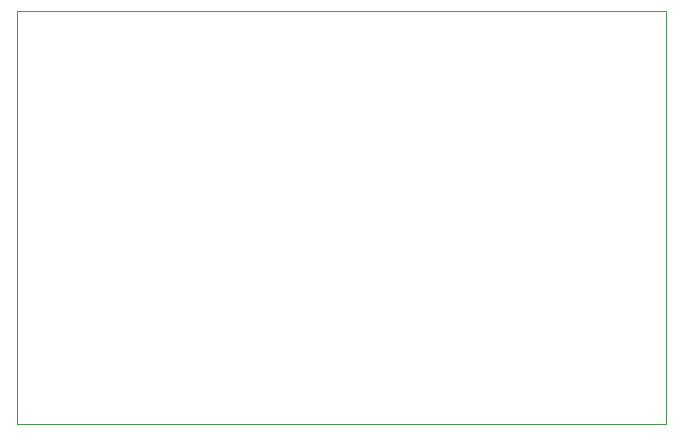
<source format=gbr>
%TF.GenerationSoftware,KiCad,Pcbnew,9.0.6*%
%TF.CreationDate,2025-12-21T18:24:03+01:00*%
%TF.ProjectId,repeater,72657065-6174-4657-922e-6b696361645f,rev?*%
%TF.SameCoordinates,Original*%
%TF.FileFunction,Profile,NP*%
%FSLAX46Y46*%
G04 Gerber Fmt 4.6, Leading zero omitted, Abs format (unit mm)*
G04 Created by KiCad (PCBNEW 9.0.6) date 2025-12-21 18:24:03*
%MOMM*%
%LPD*%
G01*
G04 APERTURE LIST*
%TA.AperFunction,Profile*%
%ADD10C,0.100000*%
%TD*%
G04 APERTURE END LIST*
D10*
X100000000Y-50000000D02*
X155000000Y-50000000D01*
X155000000Y-85000000D01*
X100000000Y-85000000D01*
X100000000Y-50000000D01*
M02*

</source>
